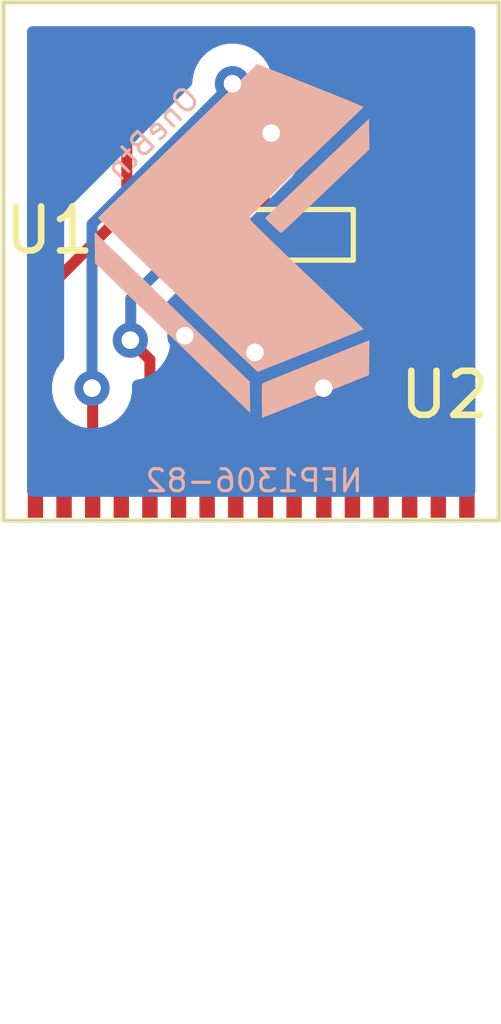
<source format=kicad_pcb>
(kicad_pcb (version 20171130) (host pcbnew "(5.1.12)-1")

  (general
    (thickness 1.6)
    (drawings 6)
    (tracks 56)
    (zones 0)
    (modules 3)
    (nets 14)
  )

  (page A4)
  (layers
    (0 F.Cu signal)
    (31 B.Cu signal)
    (32 B.Adhes user)
    (33 F.Adhes user)
    (34 B.Paste user)
    (35 F.Paste user)
    (36 B.SilkS user)
    (37 F.SilkS user)
    (38 B.Mask user)
    (39 F.Mask user)
    (40 Dwgs.User user)
    (41 Cmts.User user)
    (42 Eco1.User user)
    (43 Eco2.User user)
    (44 Edge.Cuts user)
    (45 Margin user)
    (46 B.CrtYd user)
    (47 F.CrtYd user)
    (48 B.Fab user)
    (49 F.Fab user)
  )

  (setup
    (last_trace_width 0.25)
    (trace_clearance 0.2)
    (zone_clearance 0.508)
    (zone_45_only no)
    (trace_min 0.2)
    (via_size 0.8)
    (via_drill 0.4)
    (via_min_size 0.4)
    (via_min_drill 0.3)
    (uvia_size 0.3)
    (uvia_drill 0.1)
    (uvias_allowed no)
    (uvia_min_size 0.2)
    (uvia_min_drill 0.1)
    (edge_width 0.05)
    (segment_width 0.2)
    (pcb_text_width 0.3)
    (pcb_text_size 1.5 1.5)
    (mod_edge_width 0.12)
    (mod_text_size 1 1)
    (mod_text_width 0.15)
    (pad_size 1.524 1.524)
    (pad_drill 0.762)
    (pad_to_mask_clearance 0)
    (aux_axis_origin 0 0)
    (visible_elements 7FFFFFFF)
    (pcbplotparams
      (layerselection 0x010fc_ffffffff)
      (usegerberextensions false)
      (usegerberattributes true)
      (usegerberadvancedattributes true)
      (creategerberjobfile true)
      (excludeedgelayer true)
      (linewidth 0.100000)
      (plotframeref false)
      (viasonmask false)
      (mode 1)
      (useauxorigin false)
      (hpglpennumber 1)
      (hpglpenspeed 20)
      (hpglpendiameter 15.000000)
      (psnegative false)
      (psa4output false)
      (plotreference true)
      (plotvalue true)
      (plotinvisibletext false)
      (padsonsilk false)
      (subtractmaskfromsilk false)
      (outputformat 1)
      (mirror false)
      (drillshape 0)
      (scaleselection 1)
      (outputdirectory "output/"))
  )

  (net 0 "")
  (net 1 GND)
  (net 2 RES)
  (net 3 SCL)
  (net 4 SDAin)
  (net 5 "Net-(U2-Pad3)")
  (net 6 "Net-(U2-Pad4)")
  (net 7 "Net-(U2-Pad1)")
  (net 8 "Net-(U2-Pad2)")
  (net 9 "Net-(U2-Pad15)")
  (net 10 "Net-(U1-Pad1)")
  (net 11 "Net-(U1-Pad2)")
  (net 12 "Net-(U1-Pad3)")
  (net 13 VCC)

  (net_class Default "This is the default net class."
    (clearance 0.2)
    (trace_width 0.25)
    (via_dia 0.8)
    (via_drill 0.4)
    (uvia_dia 0.3)
    (uvia_drill 0.1)
    (add_net GND)
    (add_net "Net-(U1-Pad1)")
    (add_net "Net-(U1-Pad2)")
    (add_net "Net-(U1-Pad3)")
    (add_net "Net-(U2-Pad1)")
    (add_net "Net-(U2-Pad15)")
    (add_net "Net-(U2-Pad2)")
    (add_net "Net-(U2-Pad3)")
    (add_net "Net-(U2-Pad4)")
    (add_net RES)
    (add_net SCL)
    (add_net SDAin)
    (add_net VCC)
  )

  (module OLED-0.65Pitch-16Pins:OLED-0.6Pitch-8Pins (layer F.Cu) (tedit 63E2E588) (tstamp 64482997)
    (at 15.52 15.57 180)
    (path /63CC8477)
    (fp_text reference U1 (at 4.575 0.1) (layer F.SilkS)
      (effects (font (size 1 1) (thickness 0.15)))
    )
    (fp_text value FFC-8 (at 1.3 -1.4) (layer F.Fab)
      (effects (font (size 1 1) (thickness 0.15)))
    )
    (fp_line (start 2.325 0.575) (end 2.325 -0.575) (layer F.SilkS) (width 0.12))
    (fp_line (start -2.325 0.575) (end 2.325 0.575) (layer F.SilkS) (width 0.12))
    (fp_line (start -2.325 -0.575) (end -2.325 0.575) (layer F.SilkS) (width 0.12))
    (fp_line (start 2.325 -0.575) (end -2.325 -0.575) (layer F.SilkS) (width 0.12))
    (pad 5 smd rect (at 0.3 0 180) (size 0.3 1) (layers F.Cu F.Paste F.Mask)
      (net 4 SDAin))
    (pad 4 smd rect (at -0.3 0 180) (size 0.3 1) (layers F.Cu F.Paste F.Mask)
      (net 3 SCL))
    (pad 6 smd rect (at 0.9 0 180) (size 0.3 1) (layers F.Cu F.Paste F.Mask)
      (net 2 RES))
    (pad 3 smd rect (at -0.9 0 180) (size 0.3 1) (layers F.Cu F.Paste F.Mask)
      (net 12 "Net-(U1-Pad3)"))
    (pad 7 smd rect (at 1.5 0 180) (size 0.3 1) (layers F.Cu F.Paste F.Mask)
      (net 1 GND))
    (pad 2 smd rect (at -1.5 0 180) (size 0.3 1) (layers F.Cu F.Paste F.Mask)
      (net 11 "Net-(U1-Pad2)"))
    (pad 8 smd rect (at 2.1 0 180) (size 0.3 1) (layers F.Cu F.Paste F.Mask)
      (net 13 VCC))
    (pad 1 smd rect (at -2.1 0 180) (size 0.3 1) (layers F.Cu F.Paste F.Mask)
      (net 10 "Net-(U1-Pad1)"))
  )

  (module OLED-0.65Pitch-16Pins:OLED-0.65Pitch-16Pins (layer F.Cu) (tedit 6400BB0E) (tstamp 6402A868)
    (at 15.525 21 180)
    (path /63C2D95F)
    (fp_text reference U2 (at -4.4 1.8) (layer F.SilkS)
      (effects (font (size 1 1) (thickness 0.15)))
    )
    (fp_text value NFP1306-82 (at 0 -11.65) (layer F.Fab)
      (effects (font (size 1 1) (thickness 0.15)))
    )
    (fp_line (start -5.625 10.7) (end 5.625 10.7) (layer F.SilkS) (width 0.12))
    (fp_line (start 5.625 10.7) (end 5.625 -1.05) (layer F.SilkS) (width 0.12))
    (fp_line (start -5.625 10.7) (end -5.625 -1.05) (layer F.SilkS) (width 0.12))
    (fp_line (start 5.625 -1.05) (end -5.625 -1.05) (layer F.SilkS) (width 0.12))
    (pad 6 smd rect (at -1.65 0 180) (size 0.35 2) (layers F.Cu F.Paste F.Mask)
      (net 1 GND))
    (pad 5 smd rect (at -2.3 0 180) (size 0.35 2) (layers F.Cu F.Paste F.Mask)
      (net 13 VCC))
    (pad 3 smd rect (at -3.6 0 180) (size 0.35 2) (layers F.Cu F.Paste F.Mask)
      (net 5 "Net-(U2-Pad3)"))
    (pad 4 smd rect (at -2.95 0 180) (size 0.35 2) (layers F.Cu F.Paste F.Mask)
      (net 6 "Net-(U2-Pad4)"))
    (pad 1 smd rect (at -4.9 0 180) (size 0.35 2) (layers F.Cu F.Paste F.Mask)
      (net 7 "Net-(U2-Pad1)"))
    (pad 2 smd rect (at -4.25 0 180) (size 0.35 2) (layers F.Cu F.Paste F.Mask)
      (net 8 "Net-(U2-Pad2)"))
    (pad 16 smd rect (at 4.9 0 180) (size 0.35 2) (layers F.Cu F.Paste F.Mask)
      (net 13 VCC))
    (pad 15 smd rect (at 4.25 0 180) (size 0.35 2) (layers F.Cu F.Paste F.Mask)
      (net 9 "Net-(U2-Pad15)"))
    (pad 14 smd rect (at 3.6 0 180) (size 0.35 2) (layers F.Cu F.Paste F.Mask)
      (net 4 SDAin))
    (pad 13 smd rect (at 2.95 0 180) (size 0.35 2) (layers F.Cu F.Paste F.Mask)
      (net 4 SDAin))
    (pad 12 smd rect (at 2.3 0 180) (size 0.35 2) (layers F.Cu F.Paste F.Mask)
      (net 3 SCL))
    (pad 11 smd rect (at 1.65 0 180) (size 0.35 2) (layers F.Cu F.Paste F.Mask)
      (net 1 GND))
    (pad 10 smd rect (at 1 0 180) (size 0.35 2) (layers F.Cu F.Paste F.Mask)
      (net 2 RES))
    (pad 9 smd rect (at 0.35 0 180) (size 0.35 2) (layers F.Cu F.Paste F.Mask)
      (net 1 GND))
    (pad 7 smd rect (at -0.975 0 180) (size 0.35 2) (layers F.Cu F.Paste F.Mask)
      (net 13 VCC))
    (pad 8 smd rect (at -0.325 0 180) (size 0.35 2) (layers F.Cu F.Paste F.Mask)
      (net 13 VCC))
  )

  (module "Arrow Logo Solder Mask:ArrowLogoSolderMask" (layer B.Cu) (tedit 0) (tstamp 6402A9AC)
    (at 15.09 15.73 180)
    (fp_text reference G*** (at 0 0) (layer B.SilkS) hide
      (effects (font (size 1.524 1.524) (thickness 0.3)) (justify mirror))
    )
    (fp_text value LOGO (at 0.75 0) (layer B.SilkS) hide
      (effects (font (size 1.524 1.524) (thickness 0.3)) (justify mirror))
    )
    (fp_poly (pts (xy -1.934633 1.669165) (xy -1.767174 1.509857) (xy -1.60686 1.357086) (xy -1.455377 1.212471)
      (xy -1.314407 1.077632) (xy -1.185637 0.954189) (xy -1.070748 0.843762) (xy -0.971427 0.74797)
      (xy -0.889356 0.668432) (xy -0.826221 0.606769) (xy -0.783706 0.564601) (xy -0.763493 0.543546)
      (xy -0.762 0.541464) (xy -0.773607 0.525615) (xy -0.804804 0.492238) (xy -0.850154 0.446529)
      (xy -0.904222 0.39368) (xy -0.96157 0.338888) (xy -1.016763 0.287345) (xy -1.064364 0.244246)
      (xy -1.098937 0.214785) (xy -1.11503 0.204156) (xy -1.128796 0.215703) (xy -1.165091 0.248793)
      (xy -1.221951 0.301576) (xy -1.297415 0.372204) (xy -1.389519 0.458828) (xy -1.496301 0.5596)
      (xy -1.615798 0.672669) (xy -1.746047 0.796189) (xy -1.885086 0.928309) (xy -2.009341 1.046589)
      (xy -2.157671 1.187913) (xy -2.301316 1.324799) (xy -2.438 1.455078) (xy -2.565451 1.57658)
      (xy -2.681392 1.687136) (xy -2.783549 1.784577) (xy -2.869648 1.866734) (xy -2.937414 1.931438)
      (xy -2.984573 1.97652) (xy -3.00452 1.995639) (xy -3.116424 2.103211) (xy -3.111845 2.443495)
      (xy -3.107267 2.78378) (xy -1.934633 1.669165)) (layer B.SilkS) (width 0.01))
    (fp_poly (pts (xy -0.46841 3.93316) (xy -0.443838 3.909364) (xy -0.396375 3.863513) (xy -0.32752 3.797048)
      (xy -0.23877 3.711415) (xy -0.131621 3.608056) (xy -0.00757 3.488414) (xy 0.131885 3.353934)
      (xy 0.285247 3.20606) (xy 0.45102 3.046233) (xy 0.627706 2.875899) (xy 0.813809 2.696501)
      (xy 1.007831 2.509481) (xy 1.208276 2.316285) (xy 1.337733 2.191516) (xy 1.539416 1.997072)
      (xy 1.734293 1.809054) (xy 1.920982 1.628803) (xy 2.0981 1.45766) (xy 2.264263 1.296965)
      (xy 2.418089 1.148059) (xy 2.558194 1.012284) (xy 2.683196 0.89098) (xy 2.791712 0.785487)
      (xy 2.882358 0.697148) (xy 2.953752 0.627303) (xy 3.004511 0.577292) (xy 3.033251 0.548457)
      (xy 3.039533 0.541557) (xy 3.027577 0.528279) (xy 2.9928 0.49317) (xy 2.936846 0.437807)
      (xy 2.861354 0.36377) (xy 2.767965 0.272637) (xy 2.65832 0.165987) (xy 2.53406 0.0454)
      (xy 2.396826 -0.087548) (xy 2.248258 -0.231276) (xy 2.089998 -0.384206) (xy 1.923686 -0.54476)
      (xy 1.750964 -0.711358) (xy 1.573472 -0.882422) (xy 1.39285 -1.056373) (xy 1.210741 -1.231632)
      (xy 1.028784 -1.406622) (xy 0.848621 -1.579762) (xy 0.671892 -1.749474) (xy 0.500238 -1.91418)
      (xy 0.335301 -2.0723) (xy 0.17872 -2.222257) (xy 0.032138 -2.36247) (xy -0.102806 -2.491363)
      (xy -0.22447 -2.607355) (xy -0.331214 -2.708868) (xy -0.421396 -2.794324) (xy -0.493376 -2.862143)
      (xy -0.545514 -2.910748) (xy -0.576167 -2.938558) (xy -0.584059 -2.944822) (xy -0.602151 -2.938413)
      (xy -0.649204 -2.920352) (xy -0.722752 -2.891617) (xy -0.820331 -2.853185) (xy -0.939478 -2.806033)
      (xy -1.077727 -2.751137) (xy -1.232614 -2.689477) (xy -1.401676 -2.622027) (xy -1.582448 -2.549766)
      (xy -1.772465 -2.473671) (xy -1.790466 -2.466455) (xy -1.980802 -2.390011) (xy -2.161732 -2.317071)
      (xy -2.330832 -2.248627) (xy -2.485682 -2.185675) (xy -2.623858 -2.129206) (xy -2.742938 -2.080215)
      (xy -2.840501 -2.039694) (xy -2.914124 -2.008637) (xy -2.961385 -1.988037) (xy -2.979861 -1.978888)
      (xy -2.980032 -1.978635) (xy -2.968045 -1.965707) (xy -2.933092 -1.931026) (xy -2.876785 -1.876137)
      (xy -2.800738 -1.802586) (xy -2.706563 -1.71192) (xy -2.595873 -1.605684) (xy -2.470279 -1.485424)
      (xy -2.331395 -1.352687) (xy -2.180833 -1.209017) (xy -2.020206 -1.055962) (xy -1.851125 -0.895068)
      (xy -1.701545 -0.752899) (xy -1.502657 -0.563677) (xy -1.316638 -0.386117) (xy -1.14465 -0.221349)
      (xy -0.987857 -0.070506) (xy -0.847421 0.065279) (xy -0.724504 0.184875) (xy -0.62027 0.287151)
      (xy -0.535881 0.370972) (xy -0.4725 0.435209) (xy -0.43129 0.478729) (xy -0.413413 0.500399)
      (xy -0.412776 0.501836) (xy -0.40884 0.551595) (xy -0.412776 0.581897) (xy -0.42654 0.599712)
      (xy -0.463836 0.63957) (xy -0.523503 0.700338) (xy -0.604376 0.780886) (xy -0.705294 0.880081)
      (xy -0.825094 0.996792) (xy -0.962612 1.129885) (xy -1.116687 1.278229) (xy -1.286154 1.440692)
      (xy -1.469853 1.616142) (xy -1.666619 1.803447) (xy -1.701545 1.836633) (xy -1.876558 2.002989)
      (xy -2.044492 2.162824) (xy -2.203735 2.31459) (xy -2.352674 2.456743) (xy -2.489697 2.587735)
      (xy -2.613192 2.706022) (xy -2.721546 2.810056) (xy -2.813145 2.898293) (xy -2.886379 2.969186)
      (xy -2.939634 3.021188) (xy -2.971298 3.052755) (xy -2.980032 3.062369) (xy -2.964659 3.070249)
      (xy -2.920223 3.08965) (xy -2.849132 3.119588) (xy -2.753798 3.159079) (xy -2.63663 3.207139)
      (xy -2.500037 3.262783) (xy -2.346429 3.325026) (xy -2.178216 3.392886) (xy -1.997808 3.465377)
      (xy -1.807615 3.541515) (xy -1.776276 3.554034) (xy -0.572754 4.034669) (xy -0.46841 3.93316)) (layer B.SilkS) (width 0.01))
    (fp_poly (pts (xy 3.111856 -0.135694) (xy 3.107266 -0.4826) (xy 1.430867 -2.09812) (xy 1.229134 -2.292524)
      (xy 1.033175 -2.481361) (xy 0.844471 -2.6632) (xy 0.664506 -2.836615) (xy 0.494762 -3.000175)
      (xy 0.336723 -3.152452) (xy 0.191872 -3.292017) (xy 0.061692 -3.417441) (xy -0.052335 -3.527296)
      (xy -0.148725 -3.620152) (xy -0.225995 -3.694581) (xy -0.282663 -3.749154) (xy -0.317245 -3.782442)
      (xy -0.326322 -3.791167) (xy -0.407111 -3.868694) (xy -0.402522 -3.521847) (xy -0.397934 -3.175)
      (xy 1.27 -1.567986) (xy 1.471412 -1.37393) (xy 1.667162 -1.185327) (xy 1.855754 -1.00362)
      (xy 2.03569 -0.830252) (xy 2.205473 -0.666665) (xy 2.363605 -0.514301) (xy 2.508589 -0.374605)
      (xy 2.638929 -0.249018) (xy 2.753126 -0.138982) (xy 2.849683 -0.045942) (xy 2.927104 0.028662)
      (xy 2.98389 0.083385) (xy 3.018545 0.116786) (xy 3.027189 0.12512) (xy 3.116445 0.211213)
      (xy 3.111856 -0.135694)) (layer B.SilkS) (width 0.01))
    (fp_poly (pts (xy -1.909542 -2.720714) (xy -1.717384 -2.797629) (xy -1.534333 -2.871079) (xy -1.362828 -2.940073)
      (xy -1.205309 -3.003623) (xy -1.064214 -3.060739) (xy -0.941983 -3.11043) (xy -0.841055 -3.151708)
      (xy -0.763869 -3.183582) (xy -0.712865 -3.205062) (xy -0.69048 -3.21516) (xy -0.689708 -3.215663)
      (xy -0.686145 -3.235513) (xy -0.683357 -3.284232) (xy -0.681451 -3.356829) (xy -0.680536 -3.448313)
      (xy -0.680719 -3.553694) (xy -0.681241 -3.60886) (xy -0.6858 -3.989575) (xy -1.896533 -3.505221)
      (xy -3.107267 -3.020867) (xy -3.111809 -2.629557) (xy -3.11635 -2.238247) (xy -1.909542 -2.720714)) (layer B.SilkS) (width 0.01))
  )

  (gr_text OneBtn (at 13.28 13.27 45) (layer B.SilkS) (tstamp 6402AE5D)
    (effects (font (size 0.5 0.5) (thickness 0.0725)) (justify mirror))
  )
  (gr_text NFP1306-82 (at 15.59 21.15) (layer B.SilkS)
    (effects (font (size 0.5 0.5) (thickness 0.0725)) (justify mirror))
  )
  (gr_line (start 21.15 22.05) (end 9.9 22.05) (layer Edge.Cuts) (width 0.05) (tstamp 640245E0))
  (gr_line (start 21.15 10.3) (end 9.9 10.3) (layer Edge.Cuts) (width 0.05))
  (gr_line (start 21.15 10.3) (end 21.15 22.05) (layer Edge.Cuts) (width 0.05) (tstamp 63C4BC6D))
  (gr_line (start 9.9 10.3) (end 9.9 22.05) (layer Edge.Cuts) (width 0.05))

  (via (at 17.17 19.05) (size 0.8) (drill 0.4) (layers F.Cu B.Cu) (net 1))
  (segment (start 17.18 17.46) (end 17.18 16.73) (width 0.25) (layer B.Cu) (net 1))
  (via (at 15.61 18.24) (size 0.8) (drill 0.4) (layers F.Cu B.Cu) (net 1) (tstamp 6402AD86))
  (segment (start 17.175 19.055) (end 17.17 19.05) (width 0.25) (layer F.Cu) (net 1))
  (segment (start 17.175 21) (end 17.175 19.055) (width 0.25) (layer F.Cu) (net 1))
  (segment (start 15.175 18.675) (end 15.61 18.24) (width 0.25) (layer F.Cu) (net 1))
  (segment (start 15.175 21) (end 15.175 18.675) (width 0.25) (layer F.Cu) (net 1))
  (segment (start 14.02 20.855) (end 14.02 17.86) (width 0.25) (layer F.Cu) (net 1))
  (segment (start 13.875 21) (end 14.02 20.855) (width 0.25) (layer F.Cu) (net 1))
  (segment (start 14.02 17.86) (end 14.02 15.57) (width 0.25) (layer F.Cu) (net 1) (tstamp 64482C89))
  (via (at 14.02 17.86) (size 0.8) (drill 0.4) (layers F.Cu B.Cu) (net 1))
  (segment (start 14.62 16.205002) (end 14.62 15.57) (width 0.25) (layer F.Cu) (net 2))
  (segment (start 14.884999 16.470001) (end 14.62 16.205002) (width 0.25) (layer F.Cu) (net 2))
  (segment (start 14.884999 18.075001) (end 14.884999 16.470001) (width 0.25) (layer F.Cu) (net 2))
  (segment (start 14.525 18.435) (end 14.884999 18.075001) (width 0.25) (layer F.Cu) (net 2))
  (segment (start 14.525 21) (end 14.525 18.435) (width 0.25) (layer F.Cu) (net 2))
  (via (at 12.78 17.96) (size 0.8) (drill 0.4) (layers F.Cu B.Cu) (net 3) (tstamp 6402ADA0))
  (via (at 15.98 13.26) (size 0.8) (drill 0.4) (layers F.Cu B.Cu) (net 3) (tstamp 6402AE4C))
  (segment (start 15.9 13.34) (end 15.98 13.26) (width 0.25) (layer F.Cu) (net 3))
  (segment (start 15.98 13.825685) (end 15.98 13.26) (width 0.25) (layer B.Cu) (net 3))
  (segment (start 12.790001 17.015684) (end 15.98 13.825685) (width 0.25) (layer B.Cu) (net 3))
  (segment (start 13.225 18.405) (end 12.78 17.96) (width 0.25) (layer F.Cu) (net 3))
  (segment (start 13.225 21) (end 13.225 18.405) (width 0.25) (layer F.Cu) (net 3))
  (segment (start 12.790001 17.949999) (end 12.78 17.96) (width 0.25) (layer B.Cu) (net 3))
  (segment (start 12.790001 17.015684) (end 12.790001 17.949999) (width 0.25) (layer B.Cu) (net 3))
  (segment (start 15.82 13.42) (end 15.98 13.26) (width 0.25) (layer F.Cu) (net 3))
  (segment (start 15.82 15.57) (end 15.82 13.42) (width 0.25) (layer F.Cu) (net 3))
  (via (at 11.91 19.05) (size 0.8) (drill 0.4) (layers F.Cu B.Cu) (net 4) (tstamp 6402AE2F))
  (segment (start 11.925 21) (end 12.575 21) (width 0.25) (layer F.Cu) (net 4))
  (segment (start 11.925 19.065) (end 11.91 19.05) (width 0.25) (layer F.Cu) (net 4))
  (segment (start 11.925 21) (end 11.925 19.065) (width 0.25) (layer F.Cu) (net 4))
  (via (at 15.1 12.14) (size 0.8) (drill 0.4) (layers F.Cu B.Cu) (net 4) (tstamp 6402AE4A))
  (segment (start 11.91 15.33) (end 15.1 12.14) (width 0.25) (layer B.Cu) (net 4))
  (segment (start 11.91 19.05) (end 11.91 15.33) (width 0.25) (layer B.Cu) (net 4))
  (segment (start 15.22 12.26) (end 15.1 12.14) (width 0.25) (layer F.Cu) (net 4))
  (segment (start 15.22 15.57) (end 15.22 12.26) (width 0.25) (layer F.Cu) (net 4))
  (segment (start 10.625 17.075) (end 12.7 15) (width 0.25) (layer F.Cu) (net 13))
  (segment (start 10.625 21) (end 10.625 17.075) (width 0.25) (layer F.Cu) (net 13))
  (segment (start 16.5 21) (end 15.85 21) (width 0.25) (layer F.Cu) (net 13))
  (segment (start 16.444999 20.944999) (end 16.5 21) (width 0.25) (layer F.Cu) (net 13))
  (segment (start 16.444999 18.701999) (end 16.444999 20.944999) (width 0.25) (layer F.Cu) (net 13))
  (segment (start 16.821999 18.324999) (end 16.444999 18.701999) (width 0.25) (layer F.Cu) (net 13))
  (segment (start 17.518001 18.324999) (end 16.821999 18.324999) (width 0.25) (layer F.Cu) (net 13))
  (segment (start 17.895001 19.819997) (end 17.895001 18.701999) (width 0.25) (layer F.Cu) (net 13))
  (segment (start 17.825 19.889998) (end 17.895001 19.819997) (width 0.25) (layer F.Cu) (net 13))
  (segment (start 17.895001 18.701999) (end 17.518001 18.324999) (width 0.25) (layer F.Cu) (net 13))
  (segment (start 17.825 21) (end 17.825 19.889998) (width 0.25) (layer F.Cu) (net 13))
  (segment (start 12.7 11.546998) (end 12.7 13.875) (width 0.25) (layer F.Cu) (net 13))
  (segment (start 16.055001 11.094999) (end 13.151999 11.094999) (width 0.25) (layer F.Cu) (net 13))
  (segment (start 18.825001 13.864999) (end 16.055001 11.094999) (width 0.25) (layer F.Cu) (net 13))
  (segment (start 12.7 13.875) (end 12.7 15) (width 0.25) (layer F.Cu) (net 13))
  (segment (start 13.151999 11.094999) (end 12.7 11.546998) (width 0.25) (layer F.Cu) (net 13))
  (segment (start 18.825001 17.017999) (end 18.825001 13.864999) (width 0.25) (layer F.Cu) (net 13))
  (segment (start 17.518001 18.324999) (end 18.825001 17.017999) (width 0.25) (layer F.Cu) (net 13))
  (segment (start 13.27 15.57) (end 12.7 15) (width 0.25) (layer F.Cu) (net 13))
  (segment (start 13.42 15.57) (end 13.27 15.57) (width 0.25) (layer F.Cu) (net 13))

  (zone (net 1) (net_name GND) (layer B.Cu) (tstamp 6402AA6C) (hatch edge 0.508)
    (connect_pads (clearance 0.508))
    (min_thickness 0.254)
    (fill yes (arc_segments 32) (thermal_gap 0.508) (thermal_bridge_width 0.508))
    (polygon
      (pts
        (xy 21.130668 10.311104) (xy 21.140668 22.041104) (xy 9.890668 22.041104) (xy 9.890668 10.301104)
      )
    )
    (filled_polygon
      (pts
        (xy 20.490001 21.39) (xy 10.56 21.39) (xy 10.56 18.948061) (xy 10.875 18.948061) (xy 10.875 19.151939)
        (xy 10.914774 19.351898) (xy 10.992795 19.540256) (xy 11.106063 19.709774) (xy 11.250226 19.853937) (xy 11.419744 19.967205)
        (xy 11.608102 20.045226) (xy 11.808061 20.085) (xy 12.011939 20.085) (xy 12.211898 20.045226) (xy 12.400256 19.967205)
        (xy 12.569774 19.853937) (xy 12.713937 19.709774) (xy 12.827205 19.540256) (xy 12.905226 19.351898) (xy 12.945 19.151939)
        (xy 12.945 18.982456) (xy 13.081898 18.955226) (xy 13.270256 18.877205) (xy 13.439774 18.763937) (xy 13.583937 18.619774)
        (xy 13.697205 18.450256) (xy 13.775226 18.261898) (xy 13.815 18.061939) (xy 13.815 17.858061) (xy 13.775226 17.658102)
        (xy 13.697205 17.469744) (xy 13.583937 17.300226) (xy 13.582099 17.298388) (xy 16.491004 14.389483) (xy 16.520001 14.365686)
        (xy 16.614974 14.249961) (xy 16.685546 14.117932) (xy 16.728987 13.974724) (xy 16.783937 13.919774) (xy 16.897205 13.750256)
        (xy 16.975226 13.561898) (xy 17.015 13.361939) (xy 17.015 13.158061) (xy 16.975226 12.958102) (xy 16.897205 12.769744)
        (xy 16.783937 12.600226) (xy 16.639774 12.456063) (xy 16.470256 12.342795) (xy 16.281898 12.264774) (xy 16.135 12.235554)
        (xy 16.135 12.038061) (xy 16.095226 11.838102) (xy 16.017205 11.649744) (xy 15.903937 11.480226) (xy 15.759774 11.336063)
        (xy 15.590256 11.222795) (xy 15.401898 11.144774) (xy 15.201939 11.105) (xy 14.998061 11.105) (xy 14.798102 11.144774)
        (xy 14.609744 11.222795) (xy 14.440226 11.336063) (xy 14.296063 11.480226) (xy 14.182795 11.649744) (xy 14.104774 11.838102)
        (xy 14.065 12.038061) (xy 14.065 12.100198) (xy 11.398998 14.766201) (xy 11.37 14.789999) (xy 11.346202 14.818997)
        (xy 11.346201 14.818998) (xy 11.275026 14.905724) (xy 11.204454 15.037754) (xy 11.160998 15.181015) (xy 11.146324 15.33)
        (xy 11.150001 15.367332) (xy 11.15 18.346289) (xy 11.106063 18.390226) (xy 10.992795 18.559744) (xy 10.914774 18.748102)
        (xy 10.875 18.948061) (xy 10.56 18.948061) (xy 10.56 10.96) (xy 20.49 10.96)
      )
    )
  )
)

</source>
